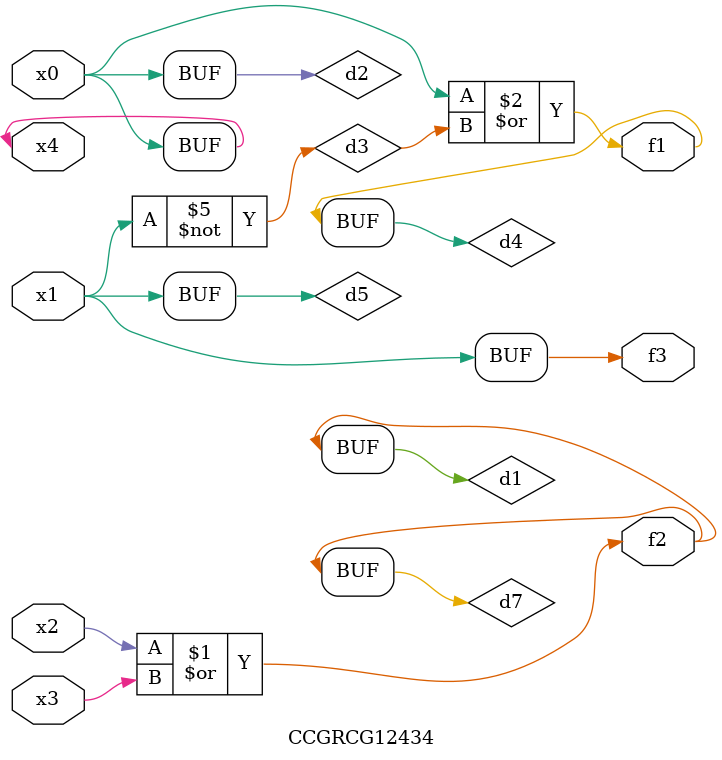
<source format=v>
module CCGRCG12434(
	input x0, x1, x2, x3, x4,
	output f1, f2, f3
);

	wire d1, d2, d3, d4, d5, d6, d7;

	or (d1, x2, x3);
	buf (d2, x0, x4);
	not (d3, x1);
	or (d4, d2, d3);
	not (d5, d3);
	nand (d6, d1, d3);
	or (d7, d1);
	assign f1 = d4;
	assign f2 = d7;
	assign f3 = d5;
endmodule

</source>
